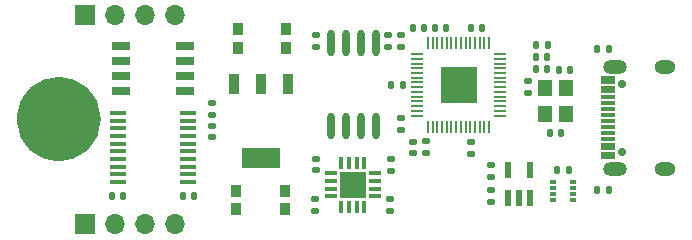
<source format=gts>
%TF.GenerationSoftware,KiCad,Pcbnew,9.0.0*%
%TF.CreationDate,2025-03-14T22:24:00-04:00*%
%TF.ProjectId,teensy,7465656e-7379-42e6-9b69-6361645f7063,rev?*%
%TF.SameCoordinates,Original*%
%TF.FileFunction,Soldermask,Top*%
%TF.FilePolarity,Negative*%
%FSLAX46Y46*%
G04 Gerber Fmt 4.6, Leading zero omitted, Abs format (unit mm)*
G04 Created by KiCad (PCBNEW 9.0.0) date 2025-03-14 22:24:00*
%MOMM*%
%LPD*%
G01*
G04 APERTURE LIST*
G04 Aperture macros list*
%AMRoundRect*
0 Rectangle with rounded corners*
0 $1 Rounding radius*
0 $2 $3 $4 $5 $6 $7 $8 $9 X,Y pos of 4 corners*
0 Add a 4 corners polygon primitive as box body*
4,1,4,$2,$3,$4,$5,$6,$7,$8,$9,$2,$3,0*
0 Add four circle primitives for the rounded corners*
1,1,$1+$1,$2,$3*
1,1,$1+$1,$4,$5*
1,1,$1+$1,$6,$7*
1,1,$1+$1,$8,$9*
0 Add four rect primitives between the rounded corners*
20,1,$1+$1,$2,$3,$4,$5,0*
20,1,$1+$1,$4,$5,$6,$7,0*
20,1,$1+$1,$6,$7,$8,$9,0*
20,1,$1+$1,$8,$9,$2,$3,0*%
G04 Aperture macros list end*
%ADD10C,3.575000*%
%ADD11RoundRect,0.140000X-0.140000X-0.170000X0.140000X-0.170000X0.140000X0.170000X-0.140000X0.170000X0*%
%ADD12R,1.528000X0.650000*%
%ADD13RoundRect,0.140000X-0.170000X0.140000X-0.170000X-0.140000X0.170000X-0.140000X0.170000X0.140000X0*%
%ADD14RoundRect,0.135000X0.185000X-0.135000X0.185000X0.135000X-0.185000X0.135000X-0.185000X-0.135000X0*%
%ADD15R,0.200000X1.100000*%
%ADD16R,1.100000X0.200000*%
%ADD17R,3.100000X3.100000*%
%ADD18RoundRect,0.135000X0.135000X0.185000X-0.135000X0.185000X-0.135000X-0.185000X0.135000X-0.185000X0*%
%ADD19R,0.609600X1.320800*%
%ADD20R,0.900000X1.000000*%
%ADD21O,0.630000X2.250000*%
%ADD22R,1.475000X0.450000*%
%ADD23RoundRect,0.135000X-0.185000X0.135000X-0.185000X-0.135000X0.185000X-0.135000X0.185000X0.135000X0*%
%ADD24RoundRect,0.140000X0.170000X-0.140000X0.170000X0.140000X-0.170000X0.140000X-0.170000X-0.140000X0*%
%ADD25RoundRect,0.140000X0.140000X0.170000X-0.140000X0.170000X-0.140000X-0.170000X0.140000X-0.170000X0*%
%ADD26R,1.200000X1.400000*%
%ADD27R,1.700000X1.700000*%
%ADD28O,1.700000X1.700000*%
%ADD29R,0.475000X0.300000*%
%ADD30C,0.700000*%
%ADD31O,2.000000X1.200000*%
%ADD32O,1.800000X1.200000*%
%ADD33R,1.300000X0.300000*%
%ADD34R,1.050000X0.350000*%
%ADD35R,0.350000X1.050000*%
%ADD36R,2.200000X2.200000*%
%ADD37R,0.950000X1.750000*%
%ADD38R,3.200000X1.750000*%
G04 APERTURE END LIST*
D10*
X127787500Y-102000000D02*
G75*
G02*
X124212500Y-102000000I-1787500J0D01*
G01*
X124212500Y-102000000D02*
G75*
G02*
X127787500Y-102000000I1787500J0D01*
G01*
X127787500Y-102000000D02*
G75*
G02*
X124212500Y-102000000I-1787500J0D01*
G01*
X124212500Y-102000000D02*
G75*
G02*
X127787500Y-102000000I1787500J0D01*
G01*
D11*
%TO.C,C6*%
X157841072Y-94285396D03*
X158801072Y-94285396D03*
%TD*%
D12*
%TO.C,U9*%
X136702072Y-99655000D03*
X136702072Y-98385000D03*
X136702072Y-97115000D03*
X136702072Y-95845000D03*
X131280072Y-95845000D03*
X131280072Y-97115000D03*
X131280072Y-98385000D03*
X131280072Y-99655000D03*
%TD*%
D13*
%TO.C,C20*%
X147739750Y-108800000D03*
X147739750Y-109760000D03*
%TD*%
D14*
%TO.C,R6*%
X153915176Y-95879671D03*
X153915176Y-94859671D03*
%TD*%
D15*
%TO.C,U3*%
X157250000Y-102650000D03*
X157650000Y-102650000D03*
X158050000Y-102650000D03*
X158450000Y-102650000D03*
X158850000Y-102650000D03*
X159250000Y-102650000D03*
X159650000Y-102650000D03*
X160050000Y-102650000D03*
X160450000Y-102650000D03*
X160850000Y-102650000D03*
X161250000Y-102650000D03*
X161650000Y-102650000D03*
X162050000Y-102650000D03*
X162450000Y-102650000D03*
D16*
X163400000Y-101700000D03*
X163400000Y-101300000D03*
X163400000Y-100900000D03*
X163400000Y-100500000D03*
X163400000Y-100100000D03*
X163400000Y-99700000D03*
X163400000Y-99300000D03*
X163400000Y-98900000D03*
X163400000Y-98500000D03*
X163400000Y-98100000D03*
X163400000Y-97700000D03*
X163400000Y-97300000D03*
X163400000Y-96900000D03*
X163400000Y-96500000D03*
D15*
X162450000Y-95550000D03*
X162050000Y-95550000D03*
X161650000Y-95550000D03*
X161250000Y-95550000D03*
X160850000Y-95550000D03*
X160450000Y-95550000D03*
X160050000Y-95550000D03*
X159650000Y-95550000D03*
X159250000Y-95550000D03*
X158850000Y-95550000D03*
X158450000Y-95550000D03*
X158050000Y-95550000D03*
X157650000Y-95550000D03*
X157250000Y-95550000D03*
D16*
X156300000Y-96500000D03*
X156300000Y-96900000D03*
X156300000Y-97300000D03*
X156300000Y-97700000D03*
X156300000Y-98100000D03*
X156300000Y-98500000D03*
X156300000Y-98900000D03*
X156300000Y-99300000D03*
X156300000Y-99700000D03*
X156300000Y-100100000D03*
X156300000Y-100500000D03*
X156300000Y-100900000D03*
X156300000Y-101300000D03*
X156300000Y-101700000D03*
D17*
X159850000Y-99100000D03*
%TD*%
D18*
%TO.C,R2*%
X172567500Y-96100000D03*
X171547500Y-96100000D03*
%TD*%
D19*
%TO.C,U1*%
X164000500Y-108693800D03*
X164940000Y-108693800D03*
X165879500Y-108693800D03*
X165879500Y-106306200D03*
X164000500Y-106306200D03*
%TD*%
D13*
%TO.C,C8*%
X157074749Y-103869810D03*
X157074749Y-104829810D03*
%TD*%
D14*
%TO.C,R4*%
X154964211Y-102895396D03*
X154964211Y-101875396D03*
%TD*%
D13*
%TO.C,C19*%
X147749750Y-105390000D03*
X147749750Y-106350000D03*
%TD*%
D14*
%TO.C,R10*%
X154099750Y-106390000D03*
X154099750Y-105370000D03*
%TD*%
D20*
%TO.C,U5*%
X145250000Y-94350000D03*
X145250000Y-95950000D03*
X141150000Y-95950000D03*
X141150000Y-94350000D03*
%TD*%
D11*
%TO.C,C13*%
X166406118Y-96720551D03*
X167366118Y-96720551D03*
%TD*%
D21*
%TO.C,U7*%
X149031072Y-102579686D03*
X150311072Y-102579686D03*
X151571072Y-102579686D03*
X152841072Y-102579686D03*
X152841072Y-95519686D03*
X151571072Y-95519686D03*
X150311072Y-95519686D03*
X149031072Y-95519686D03*
%TD*%
D22*
%TO.C,U10*%
X136929072Y-107325000D03*
X136929072Y-106675000D03*
X136929072Y-106025000D03*
X136929072Y-105375000D03*
X136929072Y-104725000D03*
X136929072Y-104075000D03*
X136929072Y-103425000D03*
X136929072Y-102775000D03*
X136929072Y-102125000D03*
X136929072Y-101475000D03*
X131053072Y-101475000D03*
X131053072Y-102125000D03*
X131053072Y-102775000D03*
X131053072Y-103425000D03*
X131053072Y-104075000D03*
X131053072Y-104725000D03*
X131053072Y-105375000D03*
X131053072Y-106025000D03*
X131053072Y-106675000D03*
X131053072Y-107325000D03*
%TD*%
D13*
%TO.C,C17*%
X139000000Y-100670000D03*
X139000000Y-101630000D03*
%TD*%
D23*
%TO.C,R7*%
X154977631Y-94846715D03*
X154977631Y-95866715D03*
%TD*%
D18*
%TO.C,R8*%
X169186283Y-106350000D03*
X168166283Y-106350000D03*
%TD*%
D24*
%TO.C,C1*%
X162640000Y-109000000D03*
X162640000Y-108040000D03*
%TD*%
D25*
%TO.C,C12*%
X156921072Y-94285396D03*
X155961072Y-94285396D03*
%TD*%
D11*
%TO.C,C16*%
X130511072Y-108500000D03*
X131471072Y-108500000D03*
%TD*%
%TO.C,C9*%
X160881072Y-94285396D03*
X161841072Y-94285396D03*
%TD*%
D14*
%TO.C,R5*%
X165763372Y-99770939D03*
X165763372Y-98750939D03*
%TD*%
D26*
%TO.C,U6*%
X168951559Y-101562966D03*
X168951559Y-99362966D03*
X167191559Y-99362966D03*
X167191559Y-101562966D03*
%TD*%
D27*
%TO.C,U12*%
X128265000Y-93200000D03*
D28*
X130805000Y-93200000D03*
X133345000Y-93200000D03*
X135885000Y-93200000D03*
%TD*%
D18*
%TO.C,R1*%
X172567500Y-108000000D03*
X171547500Y-108000000D03*
%TD*%
D20*
%TO.C,U4*%
X141050000Y-109650000D03*
X141050000Y-108050000D03*
X145150000Y-108050000D03*
X145150000Y-109650000D03*
%TD*%
D11*
%TO.C,C5*%
X166406118Y-97767506D03*
X167366118Y-97767506D03*
%TD*%
D23*
%TO.C,R9*%
X154079750Y-108770000D03*
X154079750Y-109790000D03*
%TD*%
D11*
%TO.C,C15*%
X136511072Y-108500000D03*
X137471072Y-108500000D03*
%TD*%
D24*
%TO.C,C18*%
X139000000Y-103530000D03*
X139000000Y-102570000D03*
%TD*%
D29*
%TO.C,U8*%
X167882000Y-107350000D03*
X167882000Y-107850000D03*
X167882000Y-108350000D03*
X167882000Y-108850000D03*
X169558000Y-108850000D03*
X169558000Y-108350000D03*
X169558000Y-107850000D03*
X169558000Y-107350000D03*
%TD*%
D25*
%TO.C,C3*%
X168528330Y-103144022D03*
X167568330Y-103144022D03*
%TD*%
D11*
%TO.C,C4*%
X168338259Y-97819901D03*
X169298259Y-97819901D03*
%TD*%
D30*
%TO.C,U2*%
X173670000Y-104790000D03*
X173670000Y-99010000D03*
D31*
X173130000Y-106220000D03*
X173130000Y-97580000D03*
D32*
X177320000Y-106220000D03*
X177320000Y-97580000D03*
D33*
X172480000Y-105250000D03*
X172480000Y-104450000D03*
X172480000Y-103150000D03*
X172480000Y-102150000D03*
X172480000Y-101650000D03*
X172480000Y-100650000D03*
X172490000Y-99350000D03*
X172480000Y-98550000D03*
X172480000Y-98850000D03*
X172490000Y-99650000D03*
X172480000Y-100150000D03*
X172480000Y-101150000D03*
X172480000Y-102650000D03*
X172480000Y-103650000D03*
X172480000Y-104150000D03*
X172480000Y-104950000D03*
%TD*%
D25*
%TO.C,C11*%
X155120059Y-99111098D03*
X154160059Y-99111098D03*
%TD*%
D27*
%TO.C,U11*%
X128265000Y-110900000D03*
D28*
X130805000Y-110900000D03*
X133345000Y-110900000D03*
X135885000Y-110900000D03*
%TD*%
D34*
%TO.C,U30*%
X152750000Y-108550000D03*
X152750000Y-107900000D03*
X152750000Y-107250000D03*
X152750000Y-106600000D03*
D35*
X151875000Y-105725000D03*
X151225000Y-105725000D03*
X150575000Y-105725000D03*
X149925000Y-105725000D03*
D34*
X149050000Y-106600000D03*
X149050000Y-107250000D03*
X149050000Y-107900000D03*
X149050000Y-108550000D03*
D35*
X149925000Y-109425000D03*
X150575000Y-109425000D03*
X151225000Y-109425000D03*
X151875000Y-109425000D03*
D36*
X150900000Y-107575000D03*
%TD*%
D37*
%TO.C,U13*%
X145400000Y-99000000D03*
X143100000Y-99000000D03*
X140800000Y-99000000D03*
D38*
X143100000Y-105300000D03*
%TD*%
D23*
%TO.C,R3*%
X160869128Y-103897031D03*
X160869128Y-104917031D03*
%TD*%
D13*
%TO.C,C2*%
X162640000Y-105920000D03*
X162640000Y-106880000D03*
%TD*%
%TO.C,C7*%
X156036023Y-103897846D03*
X156036023Y-104857846D03*
%TD*%
%TO.C,C10*%
X147819532Y-94917559D03*
X147819532Y-95877559D03*
%TD*%
D11*
%TO.C,C14*%
X166434553Y-95706347D03*
X167394553Y-95706347D03*
%TD*%
M02*

</source>
